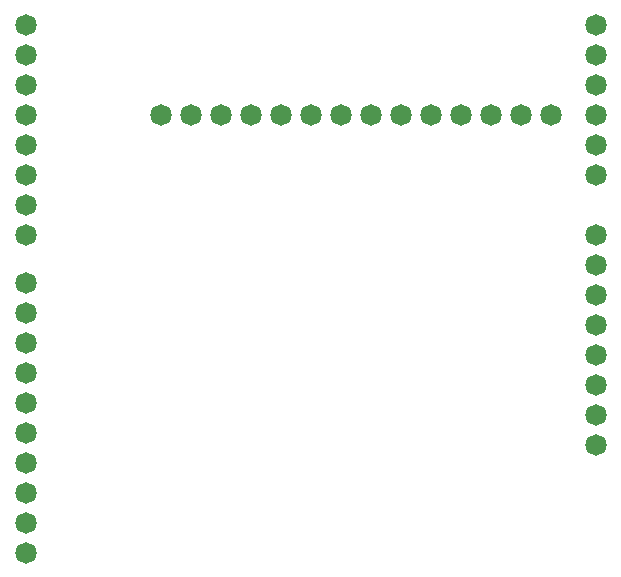
<source format=gbr>
G04 #@! TF.FileFunction,Soldermask,Bot*
%FSLAX46Y46*%
G04 Gerber Fmt 4.6, Leading zero omitted, Abs format (unit mm)*
G04 Created by KiCad (PCBNEW 4.0.7) date 11/19/17 16:44:50*
%MOMM*%
%LPD*%
G01*
G04 APERTURE LIST*
%ADD10C,0.100000*%
%ADD11C,1.820000*%
G04 APERTURE END LIST*
D10*
D11*
X144780000Y-99060000D03*
X144780000Y-101600000D03*
X144780000Y-104140000D03*
X144780000Y-106680000D03*
X144780000Y-109220000D03*
X144780000Y-111760000D03*
X144780000Y-114300000D03*
X144780000Y-116840000D03*
X144780000Y-120904000D03*
X144780000Y-123444000D03*
X144780000Y-125984000D03*
X144780000Y-128524000D03*
X144780000Y-131064000D03*
X144780000Y-133604000D03*
X144780000Y-136144000D03*
X144780000Y-138684000D03*
X144780000Y-141224000D03*
X144780000Y-143764000D03*
X193040000Y-99060000D03*
X193040000Y-101600000D03*
X193040000Y-104140000D03*
X193040000Y-106680000D03*
X193040000Y-109220000D03*
X193040000Y-111760000D03*
X193040000Y-116840000D03*
X193040000Y-119380000D03*
X193040000Y-121920000D03*
X193040000Y-124460000D03*
X193040000Y-127000000D03*
X193040000Y-129540000D03*
X193040000Y-132080000D03*
X193040000Y-134620000D03*
X173990000Y-106680000D03*
X176530000Y-106680000D03*
X179070000Y-106680000D03*
X181610000Y-106680000D03*
X184150000Y-106680000D03*
X186690000Y-106680000D03*
X189230000Y-106680000D03*
X156210000Y-106680000D03*
X158750000Y-106680000D03*
X161290000Y-106680000D03*
X163830000Y-106680000D03*
X166370000Y-106680000D03*
X168910000Y-106680000D03*
X171450000Y-106680000D03*
M02*

</source>
